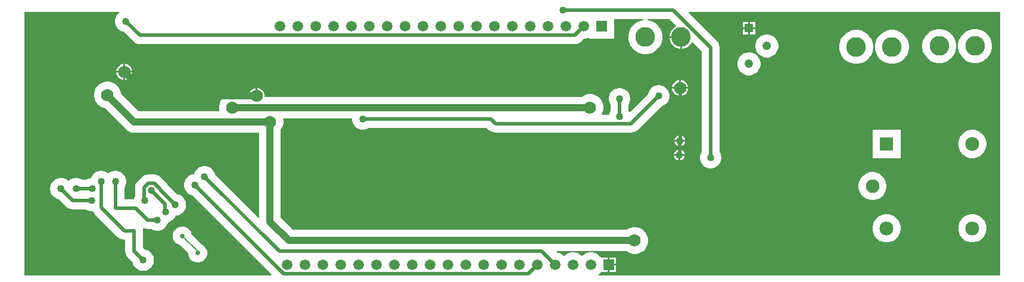
<source format=gbl>
G04*
G04 #@! TF.GenerationSoftware,Altium Limited,Altium Designer,23.9.2 (47)*
G04*
G04 Layer_Physical_Order=2*
G04 Layer_Color=16711680*
%FSLAX44Y44*%
%MOMM*%
G71*
G04*
G04 #@! TF.SameCoordinates,96740390-7EB4-44B9-9E62-99E587B0A754*
G04*
G04*
G04 #@! TF.FilePolarity,Positive*
G04*
G01*
G75*
%ADD84C,0.2032*%
%ADD85C,0.5080*%
%ADD86C,1.0160*%
%ADD87C,1.5000*%
%ADD88R,1.5000X1.5000*%
%ADD89C,2.7940*%
%ADD90R,1.2220X1.2220*%
%ADD91C,1.2220*%
%ADD92R,1.9800X1.9800*%
%ADD93C,1.9350*%
%ADD94C,1.9800*%
%ADD95C,1.0160*%
%ADD96C,1.7780*%
%ADD97C,0.6350*%
G36*
X1397536Y342265D02*
Y76835D01*
Y10894D01*
X827289D01*
X826920Y12109D01*
X827233Y12318D01*
X829692Y14777D01*
X830213Y15556D01*
X831335Y15995D01*
Y15995D01*
X831335Y15995D01*
X840105D01*
Y26035D01*
Y36075D01*
X831335D01*
X831335Y36075D01*
Y36075D01*
X830220Y36503D01*
X829692Y37293D01*
X827233Y39752D01*
X824340Y41685D01*
X821126Y43016D01*
X817714Y43695D01*
X814236D01*
X810824Y43016D01*
X807610Y41685D01*
X804717Y39752D01*
X803275Y38310D01*
X801833Y39752D01*
X798940Y41685D01*
X795726Y43016D01*
X792314Y43695D01*
X788836D01*
X785424Y43016D01*
X782210Y41685D01*
X779317Y39752D01*
X777875Y38310D01*
X776433Y39752D01*
X773540Y41685D01*
X770326Y43016D01*
X766914Y43695D01*
X766803D01*
X766772Y43741D01*
X767451Y45011D01*
X866834D01*
X869181Y43443D01*
X872648Y42007D01*
X876329Y41275D01*
X880081D01*
X883762Y42007D01*
X887229Y43443D01*
X890349Y45528D01*
X893002Y48181D01*
X895087Y51301D01*
X896523Y54768D01*
X897255Y58449D01*
Y62201D01*
X896523Y65882D01*
X895087Y69349D01*
X893002Y72469D01*
X890349Y75122D01*
X887229Y77207D01*
X883762Y78643D01*
X880081Y79375D01*
X876329D01*
X872648Y78643D01*
X869181Y77207D01*
X866834Y75639D01*
X393058D01*
X375359Y93338D01*
Y217864D01*
X376927Y220211D01*
X378363Y223678D01*
X379095Y227359D01*
Y231111D01*
X378668Y233260D01*
X379473Y234241D01*
X476452D01*
Y231977D01*
X477038Y229032D01*
X478187Y226259D01*
X479855Y223763D01*
X481977Y221640D01*
X484473Y219972D01*
X487247Y218823D01*
X490191Y218238D01*
X493193D01*
X496138Y218823D01*
X498911Y219972D01*
X499953Y220668D01*
X668248D01*
X671279Y217637D01*
X673932Y215602D01*
X677021Y214322D01*
X680337Y213885D01*
X873125D01*
X876440Y214322D01*
X879530Y215602D01*
X882183Y217637D01*
X915712Y251166D01*
X916940Y251411D01*
X919714Y252560D01*
X922210Y254227D01*
X924333Y256350D01*
X926001Y258846D01*
X927149Y261620D01*
X927735Y264564D01*
Y267566D01*
X927149Y270510D01*
X926001Y273284D01*
X924333Y275780D01*
X922210Y277903D01*
X919714Y279571D01*
X916940Y280719D01*
X913996Y281305D01*
X910994D01*
X908050Y280719D01*
X905276Y279571D01*
X902780Y277903D01*
X900657Y275780D01*
X898989Y273284D01*
X897841Y270510D01*
X897596Y269282D01*
X871593Y243279D01*
X870347Y243526D01*
X870120Y244074D01*
X869425Y245115D01*
Y253995D01*
X870120Y255036D01*
X871269Y257810D01*
X871855Y260754D01*
Y263756D01*
X871269Y266700D01*
X870120Y269474D01*
X868453Y271970D01*
X866330Y274093D01*
X863834Y275760D01*
X861060Y276909D01*
X858116Y277495D01*
X855114D01*
X852170Y276909D01*
X849396Y275760D01*
X846900Y274093D01*
X844777Y271970D01*
X843110Y269474D01*
X841961Y266700D01*
X841375Y263756D01*
Y260754D01*
X841961Y257810D01*
X843110Y255036D01*
X843805Y253995D01*
Y245115D01*
X843110Y244074D01*
X841961Y241300D01*
X841603Y239505D01*
X832219D01*
X831688Y240775D01*
X833023Y243998D01*
X833755Y247679D01*
Y251431D01*
X833023Y255112D01*
X831587Y258579D01*
X829502Y261699D01*
X826849Y264352D01*
X823729Y266437D01*
X820262Y267873D01*
X816581Y268605D01*
X812829D01*
X809148Y267873D01*
X805681Y266437D01*
X803335Y264869D01*
X352425D01*
Y267570D01*
X351646Y270477D01*
X350141Y273083D01*
X348013Y275211D01*
X345407Y276716D01*
X342500Y277495D01*
X342265D01*
Y266065D01*
X339725D01*
Y277495D01*
X339490D01*
X336583Y276716D01*
X333977Y275211D01*
X331849Y273083D01*
X330344Y270477D01*
X329565Y267570D01*
Y264869D01*
X318076D01*
X315729Y266437D01*
X312262Y267873D01*
X308581Y268605D01*
X304829D01*
X301148Y267873D01*
X297681Y266437D01*
X294561Y264352D01*
X291908Y261699D01*
X289823Y258579D01*
X288387Y255112D01*
X287655Y251431D01*
Y247679D01*
X288082Y245530D01*
X287277Y244549D01*
X173348D01*
X147774Y270123D01*
X147223Y272892D01*
X145787Y276359D01*
X143702Y279479D01*
X141049Y282132D01*
X137929Y284217D01*
X134462Y285653D01*
X130781Y286385D01*
X127029D01*
X123348Y285653D01*
X119881Y284217D01*
X116761Y282132D01*
X114108Y279479D01*
X112023Y276359D01*
X110587Y272892D01*
X109855Y269211D01*
Y265459D01*
X110587Y261778D01*
X112023Y258311D01*
X114108Y255191D01*
X116761Y252538D01*
X119881Y250453D01*
X123348Y249017D01*
X126117Y248466D01*
X156177Y218407D01*
X158497Y216502D01*
X161145Y215087D01*
X164017Y214216D01*
X167005Y213921D01*
X344731D01*
Y93044D01*
X343558Y92558D01*
X281880Y154236D01*
X281636Y155464D01*
X280487Y158238D01*
X278819Y160734D01*
X276696Y162857D01*
X274200Y164525D01*
X271427Y165674D01*
X268482Y166259D01*
X265480D01*
X262536Y165674D01*
X259763Y164525D01*
X257267Y162857D01*
X255144Y160734D01*
X253476Y158238D01*
X252327Y155464D01*
X252184Y154745D01*
X251424D01*
X248480Y154159D01*
X245706Y153011D01*
X243210Y151343D01*
X241087Y149220D01*
X239419Y146724D01*
X238271Y143950D01*
X237685Y141006D01*
Y138004D01*
X238271Y135060D01*
X239419Y132286D01*
X241087Y129790D01*
X243210Y127667D01*
X245706Y125999D01*
X248480Y124851D01*
X249695Y124609D01*
X362237Y12067D01*
X361751Y10894D01*
X10894D01*
Y385346D01*
X145147D01*
X145354Y384076D01*
X143377Y382100D01*
X141709Y379604D01*
X140561Y376830D01*
X139975Y373886D01*
Y370884D01*
X140561Y367940D01*
X141709Y365166D01*
X143377Y362670D01*
X145500Y360547D01*
X147996Y358880D01*
X150770Y357731D01*
X151998Y357486D01*
X165997Y343487D01*
X168650Y341452D01*
X171740Y340172D01*
X175055Y339735D01*
X793235D01*
X796550Y340172D01*
X799640Y341452D01*
X802293Y343487D01*
X806271Y347465D01*
X807554D01*
X810966Y348144D01*
X812499Y348779D01*
X813555Y348073D01*
Y347465D01*
X848875D01*
Y375175D01*
X890392D01*
X890518Y373905D01*
X886406Y373088D01*
X882015Y371269D01*
X878063Y368628D01*
X874702Y365267D01*
X872061Y361315D01*
X870242Y356923D01*
X869315Y352262D01*
Y347508D01*
X870242Y342846D01*
X872061Y338455D01*
X874702Y334503D01*
X878063Y331142D01*
X882015Y328501D01*
X886406Y326682D01*
X891068Y325755D01*
X895822D01*
X900483Y326682D01*
X904875Y328501D01*
X908827Y331142D01*
X912188Y334503D01*
X914829Y338455D01*
X916648Y342846D01*
X917575Y347508D01*
Y352262D01*
X916648Y356923D01*
X914829Y361315D01*
X912188Y365267D01*
X908827Y368628D01*
X904875Y371269D01*
X900483Y373088D01*
X896373Y373905D01*
X896498Y375175D01*
X927780D01*
X937041Y365914D01*
X936793Y364669D01*
X936425Y364516D01*
X933720Y362709D01*
X931421Y360410D01*
X929614Y357705D01*
X928370Y354701D01*
X927735Y351511D01*
Y351155D01*
X944245D01*
Y349885D01*
X945515D01*
Y333375D01*
X945871D01*
X949061Y334010D01*
X952065Y335254D01*
X954770Y337061D01*
X957069Y339361D01*
X958876Y342065D01*
X959029Y342433D01*
X960274Y342681D01*
X973345Y329610D01*
Y186695D01*
X972650Y185654D01*
X971501Y182880D01*
X970915Y179936D01*
Y176934D01*
X971501Y173990D01*
X972650Y171216D01*
X974317Y168720D01*
X976440Y166597D01*
X978936Y164930D01*
X981710Y163781D01*
X984654Y163195D01*
X987656D01*
X990600Y163781D01*
X993374Y164930D01*
X995870Y166597D01*
X997993Y168720D01*
X999660Y171216D01*
X1000809Y173990D01*
X1001395Y176934D01*
Y179936D01*
X1000809Y182880D01*
X999660Y185654D01*
X998965Y186695D01*
Y334916D01*
X998528Y338231D01*
X997248Y341321D01*
X995213Y343974D01*
X955013Y384173D01*
X955499Y385346D01*
X1397536D01*
Y342265D01*
D02*
G37*
%LPC*%
G36*
X1049415Y371235D02*
X1042035D01*
Y363855D01*
X1049415D01*
Y371235D01*
D02*
G37*
G36*
X1039495D02*
X1032115D01*
Y363855D01*
X1039495D01*
Y371235D01*
D02*
G37*
G36*
X1049415Y361315D02*
X1042035D01*
Y353935D01*
X1049415D01*
Y361315D01*
D02*
G37*
G36*
X1039495D02*
X1032115D01*
Y353935D01*
X1039495D01*
Y361315D01*
D02*
G37*
G36*
X942975Y348615D02*
X927735D01*
Y348259D01*
X928370Y345069D01*
X929614Y342065D01*
X931421Y339361D01*
X933720Y337061D01*
X936425Y335254D01*
X939429Y334010D01*
X942619Y333375D01*
X942975D01*
Y348615D01*
D02*
G37*
G36*
X1067767Y353455D02*
X1064563D01*
X1061419Y352830D01*
X1058458Y351603D01*
X1055794Y349823D01*
X1053527Y347556D01*
X1051747Y344892D01*
X1050520Y341931D01*
X1049895Y338787D01*
Y335583D01*
X1050520Y332439D01*
X1051747Y329478D01*
X1053527Y326814D01*
X1055794Y324547D01*
X1058458Y322767D01*
X1061419Y321540D01*
X1064563Y320915D01*
X1067767D01*
X1070911Y321540D01*
X1073872Y322767D01*
X1076536Y324547D01*
X1078803Y326814D01*
X1080583Y329478D01*
X1081810Y332439D01*
X1082435Y335583D01*
Y338787D01*
X1081810Y341931D01*
X1080583Y344892D01*
X1078803Y347556D01*
X1076536Y349823D01*
X1073872Y351603D01*
X1070911Y352830D01*
X1067767Y353455D01*
D02*
G37*
G36*
X1364452Y361315D02*
X1359698D01*
X1355036Y360388D01*
X1350645Y358569D01*
X1346693Y355928D01*
X1343332Y352567D01*
X1340691Y348615D01*
X1338872Y344224D01*
X1337945Y339562D01*
Y334808D01*
X1338872Y330146D01*
X1340691Y325755D01*
X1343332Y321803D01*
X1346693Y318442D01*
X1350645Y315801D01*
X1355036Y313982D01*
X1359698Y313055D01*
X1364452D01*
X1369113Y313982D01*
X1373505Y315801D01*
X1377457Y318442D01*
X1380818Y321803D01*
X1383459Y325755D01*
X1385278Y330146D01*
X1386205Y334808D01*
Y339562D01*
X1385278Y344224D01*
X1383459Y348615D01*
X1380818Y352567D01*
X1377457Y355928D01*
X1373505Y358569D01*
X1369113Y360388D01*
X1364452Y361315D01*
D02*
G37*
G36*
X1313652D02*
X1308898D01*
X1304236Y360388D01*
X1299845Y358569D01*
X1295893Y355928D01*
X1292532Y352567D01*
X1289891Y348615D01*
X1288072Y344224D01*
X1287145Y339562D01*
Y334808D01*
X1288072Y330146D01*
X1289891Y325755D01*
X1292532Y321803D01*
X1295893Y318442D01*
X1299845Y315801D01*
X1304236Y313982D01*
X1308898Y313055D01*
X1313652D01*
X1318313Y313982D01*
X1322705Y315801D01*
X1326657Y318442D01*
X1330018Y321803D01*
X1332659Y325755D01*
X1334478Y330146D01*
X1335405Y334808D01*
Y339562D01*
X1334478Y344224D01*
X1332659Y348615D01*
X1330018Y352567D01*
X1326657Y355928D01*
X1322705Y358569D01*
X1318313Y360388D01*
X1313652Y361315D01*
D02*
G37*
G36*
X1246342Y360045D02*
X1241588D01*
X1236926Y359118D01*
X1232535Y357299D01*
X1228583Y354658D01*
X1225222Y351297D01*
X1222581Y347345D01*
X1220762Y342953D01*
X1219835Y338292D01*
Y333538D01*
X1220762Y328876D01*
X1222581Y324485D01*
X1225222Y320533D01*
X1228583Y317172D01*
X1232535Y314531D01*
X1236926Y312712D01*
X1241588Y311785D01*
X1246342D01*
X1251003Y312712D01*
X1255395Y314531D01*
X1259347Y317172D01*
X1262708Y320533D01*
X1265349Y324485D01*
X1267168Y328876D01*
X1268095Y333538D01*
Y338292D01*
X1267168Y342953D01*
X1265349Y347345D01*
X1262708Y351297D01*
X1259347Y354658D01*
X1255395Y357299D01*
X1251003Y359118D01*
X1246342Y360045D01*
D02*
G37*
G36*
X1195542D02*
X1190788D01*
X1186126Y359118D01*
X1181735Y357299D01*
X1177783Y354658D01*
X1174422Y351297D01*
X1171781Y347345D01*
X1169962Y342953D01*
X1169035Y338292D01*
Y333538D01*
X1169962Y328876D01*
X1171781Y324485D01*
X1174422Y320533D01*
X1177783Y317172D01*
X1181735Y314531D01*
X1186126Y312712D01*
X1190788Y311785D01*
X1195542D01*
X1200203Y312712D01*
X1204595Y314531D01*
X1208547Y317172D01*
X1211908Y320533D01*
X1214549Y324485D01*
X1216368Y328876D01*
X1217295Y333538D01*
Y338292D01*
X1216368Y342953D01*
X1214549Y347345D01*
X1211908Y351297D01*
X1208547Y354658D01*
X1204595Y357299D01*
X1200203Y359118D01*
X1195542Y360045D01*
D02*
G37*
G36*
X154540Y311785D02*
X154305D01*
Y301625D01*
X164465D01*
Y301860D01*
X163686Y304767D01*
X162181Y307373D01*
X160053Y309501D01*
X157447Y311006D01*
X154540Y311785D01*
D02*
G37*
G36*
X151765D02*
X151530D01*
X148623Y311006D01*
X146017Y309501D01*
X143889Y307373D01*
X142384Y304767D01*
X141605Y301860D01*
Y301625D01*
X151765D01*
Y311785D01*
D02*
G37*
G36*
X1042367Y328055D02*
X1039163D01*
X1036019Y327430D01*
X1033058Y326203D01*
X1030394Y324423D01*
X1028127Y322156D01*
X1026347Y319492D01*
X1025120Y316531D01*
X1024495Y313388D01*
Y310182D01*
X1025120Y307039D01*
X1026347Y304078D01*
X1028127Y301413D01*
X1030394Y299147D01*
X1033058Y297367D01*
X1036019Y296140D01*
X1039163Y295515D01*
X1042367D01*
X1045511Y296140D01*
X1048472Y297367D01*
X1051136Y299147D01*
X1053403Y301413D01*
X1055183Y304078D01*
X1056410Y307039D01*
X1057035Y310182D01*
Y313388D01*
X1056410Y316531D01*
X1055183Y319492D01*
X1053403Y322156D01*
X1051136Y324423D01*
X1048472Y326203D01*
X1045511Y327430D01*
X1042367Y328055D01*
D02*
G37*
G36*
X164465Y299085D02*
X154305D01*
Y288925D01*
X154540D01*
X157447Y289704D01*
X160053Y291209D01*
X162181Y293337D01*
X163686Y295943D01*
X164465Y298850D01*
Y299085D01*
D02*
G37*
G36*
X151765D02*
X141605D01*
Y298850D01*
X142384Y295943D01*
X143889Y293337D01*
X146017Y291209D01*
X148623Y289704D01*
X151530Y288925D01*
X151765D01*
Y299085D01*
D02*
G37*
G36*
X944480Y288925D02*
X944245D01*
Y278765D01*
X954405D01*
Y279000D01*
X953626Y281907D01*
X952121Y284513D01*
X949993Y286641D01*
X947387Y288146D01*
X944480Y288925D01*
D02*
G37*
G36*
X941705D02*
X941470D01*
X938563Y288146D01*
X935957Y286641D01*
X933829Y284513D01*
X932324Y281907D01*
X931545Y279000D01*
Y278765D01*
X941705D01*
Y288925D01*
D02*
G37*
G36*
X954405Y276225D02*
X944245D01*
Y266065D01*
X944480D01*
X947387Y266844D01*
X949993Y268349D01*
X952121Y270477D01*
X953626Y273083D01*
X954405Y275990D01*
Y276225D01*
D02*
G37*
G36*
X941705D02*
X931545D01*
Y275990D01*
X932324Y273083D01*
X933829Y270477D01*
X935957Y268349D01*
X938563Y266844D01*
X941470Y266065D01*
X941705D01*
Y276225D01*
D02*
G37*
G36*
X943875Y209904D02*
Y203625D01*
X950154D01*
X949706Y205296D01*
X948702Y207034D01*
X947284Y208452D01*
X945546Y209456D01*
X943875Y209904D01*
D02*
G37*
G36*
X941335D02*
X939664Y209456D01*
X937926Y208452D01*
X936507Y207034D01*
X935504Y205296D01*
X935057Y203625D01*
X941335D01*
Y209904D01*
D02*
G37*
G36*
X950154Y201085D02*
X943875D01*
Y194806D01*
X945546Y195254D01*
X947284Y196257D01*
X948702Y197676D01*
X949706Y199414D01*
X950154Y201085D01*
D02*
G37*
G36*
X941335D02*
X935057D01*
X935504Y199414D01*
X936507Y197676D01*
X937926Y196257D01*
X939664Y195254D01*
X941335Y194806D01*
Y201085D01*
D02*
G37*
G36*
X942975Y189583D02*
Y183305D01*
X949253D01*
X948806Y184976D01*
X947803Y186714D01*
X946384Y188132D01*
X944646Y189136D01*
X942975Y189583D01*
D02*
G37*
G36*
X940435D02*
X938764Y189136D01*
X937026Y188132D01*
X935608Y186714D01*
X934604Y184976D01*
X934156Y183305D01*
X940435D01*
Y189583D01*
D02*
G37*
G36*
X1360281Y217855D02*
X1356329D01*
X1352454Y217084D01*
X1348803Y215572D01*
X1345517Y213377D01*
X1342723Y210583D01*
X1340528Y207297D01*
X1339016Y203646D01*
X1338245Y199771D01*
Y195819D01*
X1339016Y191944D01*
X1340528Y188293D01*
X1342723Y185007D01*
X1345517Y182213D01*
X1348803Y180018D01*
X1352454Y178506D01*
X1356329Y177735D01*
X1360281D01*
X1364156Y178506D01*
X1367807Y180018D01*
X1371093Y182213D01*
X1373887Y185007D01*
X1376082Y188293D01*
X1377594Y191944D01*
X1378365Y195819D01*
Y199771D01*
X1377594Y203646D01*
X1376082Y207297D01*
X1373887Y210583D01*
X1371093Y213377D01*
X1367807Y215572D01*
X1364156Y217084D01*
X1360281Y217855D01*
D02*
G37*
G36*
X1256365D02*
X1216245D01*
Y177735D01*
X1256365D01*
Y217855D01*
D02*
G37*
G36*
X949253Y180765D02*
X942975D01*
Y174487D01*
X944646Y174934D01*
X946384Y175938D01*
X947803Y177356D01*
X948806Y179094D01*
X949253Y180765D01*
D02*
G37*
G36*
X940435D02*
X934156D01*
X934604Y179094D01*
X935608Y177356D01*
X937026Y175938D01*
X938764Y174934D01*
X940435Y174487D01*
Y180765D01*
D02*
G37*
G36*
X141836Y159385D02*
X138834D01*
X135890Y158799D01*
X133116Y157650D01*
X130620Y155983D01*
X130175Y155538D01*
X129730Y155983D01*
X127234Y157650D01*
X124460Y158799D01*
X121516Y159385D01*
X118514D01*
X115570Y158799D01*
X112796Y157650D01*
X110300Y155983D01*
X108177Y153860D01*
X106510Y151364D01*
X105606Y149184D01*
X102870Y148639D01*
X100096Y147491D01*
X99055Y146795D01*
X92715D01*
X91674Y147491D01*
X88900Y148639D01*
X85956Y149225D01*
X82954D01*
X80010Y148639D01*
X77236Y147491D01*
X74740Y145823D01*
X73660Y144743D01*
X72580Y145823D01*
X70084Y147491D01*
X67310Y148639D01*
X64366Y149225D01*
X61364D01*
X58420Y148639D01*
X55646Y147491D01*
X53150Y145823D01*
X51027Y143700D01*
X49359Y141204D01*
X48211Y138430D01*
X47625Y135486D01*
Y132484D01*
X48211Y129540D01*
X49359Y126766D01*
X51027Y124270D01*
X53150Y122147D01*
X55646Y120479D01*
X58420Y119331D01*
X59648Y119086D01*
X70317Y108417D01*
X72970Y106382D01*
X76060Y105102D01*
X79375Y104665D01*
X98270D01*
X99312Y103969D01*
X102085Y102821D01*
X105030Y102235D01*
X108032D01*
X108347Y102298D01*
X108922Y100910D01*
X110957Y98257D01*
X143977Y65237D01*
X146630Y63202D01*
X149720Y61922D01*
X153035Y61485D01*
X154195D01*
Y45085D01*
X154632Y41770D01*
X155912Y38680D01*
X157947Y36027D01*
X164806Y29168D01*
X165051Y27940D01*
X166199Y25166D01*
X167867Y22670D01*
X169990Y20547D01*
X172486Y18879D01*
X175260Y17731D01*
X178204Y17145D01*
X181206D01*
X184150Y17731D01*
X186924Y18879D01*
X189420Y20547D01*
X191543Y22670D01*
X193211Y25166D01*
X194359Y27940D01*
X194945Y30884D01*
Y33886D01*
X194359Y36830D01*
X193211Y39604D01*
X191543Y42100D01*
X189420Y44223D01*
X186924Y45890D01*
X184150Y47039D01*
X182922Y47284D01*
X179815Y50391D01*
Y74295D01*
X179438Y77155D01*
X180287Y77965D01*
X180551Y78068D01*
X182740Y77162D01*
X186055Y76725D01*
X191765D01*
X192806Y76030D01*
X195580Y74881D01*
X198524Y74295D01*
X201526D01*
X204470Y74881D01*
X207244Y76030D01*
X209740Y77697D01*
X211863Y79820D01*
X213531Y82316D01*
X214679Y85090D01*
X214882Y86108D01*
X215900Y86311D01*
X218674Y87459D01*
X221170Y89127D01*
X223293Y91250D01*
X224960Y93746D01*
X225847Y95885D01*
X226926D01*
X229870Y96471D01*
X232644Y97619D01*
X235140Y99287D01*
X237263Y101410D01*
X238930Y103906D01*
X240079Y106680D01*
X240665Y109624D01*
Y112626D01*
X240079Y115570D01*
X238930Y118344D01*
X237263Y120840D01*
X235140Y122963D01*
X232644Y124630D01*
X229870Y125779D01*
X228642Y126024D01*
X214207Y140459D01*
X212893Y142171D01*
X204401Y150663D01*
X201748Y152698D01*
X198659Y153978D01*
X195343Y154415D01*
X186927D01*
X183611Y153978D01*
X180522Y152698D01*
X177869Y150663D01*
X171917Y144711D01*
X169882Y142058D01*
X168602Y138969D01*
X168165Y135653D01*
Y127237D01*
X168167Y127226D01*
Y123926D01*
X167294Y121819D01*
X166708Y118874D01*
Y118855D01*
X153145D01*
Y135885D01*
X153841Y136926D01*
X154989Y139700D01*
X155575Y142644D01*
Y145646D01*
X154989Y148590D01*
X153841Y151364D01*
X152173Y153860D01*
X150050Y155983D01*
X147554Y157650D01*
X144780Y158799D01*
X141836Y159385D01*
D02*
G37*
G36*
X1218259Y157630D02*
X1214351D01*
X1210519Y156868D01*
X1206910Y155372D01*
X1203661Y153202D01*
X1200898Y150439D01*
X1198727Y147190D01*
X1197232Y143581D01*
X1196470Y139749D01*
Y135841D01*
X1197232Y132009D01*
X1198727Y128400D01*
X1200898Y125151D01*
X1203661Y122388D01*
X1206910Y120218D01*
X1210519Y118722D01*
X1214351Y117960D01*
X1218259D01*
X1222091Y118722D01*
X1225700Y120218D01*
X1228949Y122388D01*
X1231712Y125151D01*
X1233883Y128400D01*
X1235378Y132009D01*
X1236140Y135841D01*
Y139749D01*
X1235378Y143581D01*
X1233883Y147190D01*
X1231712Y150439D01*
X1228949Y153202D01*
X1225700Y155372D01*
X1222091Y156868D01*
X1218259Y157630D01*
D02*
G37*
G36*
X1360281Y97855D02*
X1356329D01*
X1352454Y97084D01*
X1348803Y95572D01*
X1345517Y93377D01*
X1342723Y90583D01*
X1340528Y87297D01*
X1339016Y83646D01*
X1338245Y79771D01*
Y75819D01*
X1339016Y71944D01*
X1340528Y68293D01*
X1342723Y65008D01*
X1345517Y62213D01*
X1348803Y60018D01*
X1352454Y58506D01*
X1356329Y57735D01*
X1360281D01*
X1364156Y58506D01*
X1367807Y60018D01*
X1371093Y62213D01*
X1373887Y65008D01*
X1376082Y68293D01*
X1377594Y71944D01*
X1378365Y75819D01*
Y79771D01*
X1377594Y83646D01*
X1376082Y87297D01*
X1373887Y90583D01*
X1371093Y93377D01*
X1367807Y95572D01*
X1364156Y97084D01*
X1360281Y97855D01*
D02*
G37*
G36*
X1238281D02*
X1234329D01*
X1230454Y97084D01*
X1226803Y95572D01*
X1223518Y93377D01*
X1220723Y90583D01*
X1218528Y87297D01*
X1217016Y83646D01*
X1216245Y79771D01*
Y75819D01*
X1217016Y71944D01*
X1218528Y68293D01*
X1220723Y65008D01*
X1223518Y62213D01*
X1226803Y60018D01*
X1230454Y58506D01*
X1234329Y57735D01*
X1238281D01*
X1242156Y58506D01*
X1245807Y60018D01*
X1249092Y62213D01*
X1251887Y65008D01*
X1254082Y68293D01*
X1255594Y71944D01*
X1256365Y75819D01*
Y79771D01*
X1255594Y83646D01*
X1254082Y87297D01*
X1251887Y90583D01*
X1249092Y93377D01*
X1245807Y95572D01*
X1242156Y97084D01*
X1238281Y97855D01*
D02*
G37*
G36*
X237111Y80240D02*
X233599D01*
X230208Y79331D01*
X227167Y77576D01*
X224684Y75093D01*
X222929Y72052D01*
X222020Y68661D01*
Y65149D01*
X222929Y61758D01*
X224684Y58717D01*
X227167Y56234D01*
X230208Y54479D01*
X232437Y53882D01*
X243840Y42478D01*
Y40789D01*
X244749Y37398D01*
X246504Y34357D01*
X248987Y31874D01*
X252028Y30119D01*
X255419Y29210D01*
X258931D01*
X262322Y30119D01*
X265363Y31874D01*
X267846Y34357D01*
X269601Y37398D01*
X270510Y40789D01*
Y44301D01*
X269601Y47692D01*
X267846Y50733D01*
X265363Y53216D01*
X264408Y53767D01*
X264320Y53882D01*
X248379Y69823D01*
X247781Y72052D01*
X246026Y75093D01*
X243543Y77576D01*
X240502Y79331D01*
X237111Y80240D01*
D02*
G37*
G36*
X851415Y36075D02*
X842645D01*
Y27305D01*
X851415D01*
Y36075D01*
D02*
G37*
G36*
Y24765D02*
X842645D01*
Y15995D01*
X851415D01*
Y24765D01*
D02*
G37*
%LPD*%
D84*
X256349Y43371D02*
Y45911D01*
X235355Y66905D02*
X256349Y45911D01*
Y43371D02*
X257175Y42545D01*
D85*
X856615Y236855D02*
Y262255D01*
X942790Y277310D02*
X942975Y277495D01*
X942790Y202540D02*
Y277310D01*
X169545Y106045D02*
X186055Y89535D01*
X200025D01*
X210483Y101937D02*
X211455Y100965D01*
X210483Y101937D02*
Y112097D01*
X191135Y131445D02*
X210483Y112097D01*
X195343Y141605D02*
X203835Y133113D01*
X180976Y118345D02*
Y127235D01*
X180975Y135653D02*
X186927Y141605D01*
X180975Y127237D02*
Y135653D01*
X180976Y118345D02*
X181948Y117373D01*
X180975Y127237D02*
X180976Y127235D01*
X203835Y132715D02*
Y133113D01*
X186927Y141605D02*
X195343D01*
X203835Y132715D02*
X225425Y111125D01*
X140335Y106045D02*
X169545D01*
X140335D02*
Y144145D01*
X372916Y45085D02*
X746125D01*
X266982Y151019D02*
X372916Y45085D01*
X942155Y201905D02*
X942790Y202540D01*
X942155Y182485D02*
Y201905D01*
X941705Y182035D02*
X942155Y182485D01*
X986155Y178435D02*
Y334916D01*
X776605Y387985D02*
X933086D01*
X986155Y334916D01*
X873125Y226695D02*
X912495Y266065D01*
X491692Y233478D02*
X673554D01*
X680337Y226695D01*
X873125D01*
X155215Y372385D02*
X175055Y352545D01*
X793235D01*
X805815Y365125D01*
X746125Y45085D02*
X765175Y26035D01*
X378964Y13455D02*
X727195D01*
X739775Y26035D01*
X252925Y139494D02*
X378964Y13455D01*
X252925Y139494D02*
Y139505D01*
X120015Y107315D02*
X153035Y74295D01*
X167005D01*
X120015Y107315D02*
Y144145D01*
X167005Y45085D02*
X179705Y32385D01*
X167005Y45085D02*
Y74295D01*
X62865Y133985D02*
X79375Y117475D01*
X106531D01*
X84455Y133985D02*
X107315D01*
D86*
X306705Y249555D02*
X814705D01*
X167005Y229235D02*
X360045D01*
X128905Y267335D02*
X167005Y229235D01*
X187325Y266065D02*
X340995D01*
X153035Y300355D02*
X187325Y266065D01*
X360045Y86995D02*
X386715Y60325D01*
X878205D01*
X360045Y86995D02*
Y229235D01*
D87*
X374015Y365125D02*
D03*
X399415D02*
D03*
X424815D02*
D03*
X450215D02*
D03*
X475615D02*
D03*
X501015D02*
D03*
X526415D02*
D03*
X551815D02*
D03*
X577215D02*
D03*
X602615D02*
D03*
X628015D02*
D03*
X653415D02*
D03*
X678815D02*
D03*
X704215D02*
D03*
X729615D02*
D03*
X755015D02*
D03*
X780415D02*
D03*
X805815D02*
D03*
X384175Y26035D02*
D03*
X409575D02*
D03*
X434975D02*
D03*
X460375D02*
D03*
X485775D02*
D03*
X511175D02*
D03*
X536575D02*
D03*
X561975D02*
D03*
X587375D02*
D03*
X612775D02*
D03*
X638175D02*
D03*
X663575D02*
D03*
X688975D02*
D03*
X714375D02*
D03*
X739775D02*
D03*
X765175D02*
D03*
X790575D02*
D03*
X815975D02*
D03*
D88*
X831215Y365125D02*
D03*
X841375Y26035D02*
D03*
D89*
X893445Y349885D02*
D03*
X944245D02*
D03*
X1362075Y337185D02*
D03*
X1311275D02*
D03*
X1243965Y335915D02*
D03*
X1193165D02*
D03*
D90*
X1040765Y362585D02*
D03*
D91*
X1066165Y337185D02*
D03*
X1040765Y311785D02*
D03*
D92*
X1236305Y197795D02*
D03*
D93*
X1216305Y137795D02*
D03*
D94*
X1236305Y77795D02*
D03*
X1358305D02*
D03*
Y197795D02*
D03*
D95*
X856615Y262255D02*
D03*
X200025Y89535D02*
D03*
X211455Y100965D02*
D03*
X191135Y131445D02*
D03*
X181948Y117373D02*
D03*
X225425Y111125D02*
D03*
X266982Y151019D02*
D03*
X942605Y202355D02*
D03*
X941705Y182035D02*
D03*
X986155Y178435D02*
D03*
X776605Y387985D02*
D03*
X912495Y266065D02*
D03*
X856615Y236855D02*
D03*
X491692Y233478D02*
D03*
X155215Y372385D02*
D03*
X252925Y139505D02*
D03*
X140335Y144145D02*
D03*
X120015D02*
D03*
X179705Y32385D02*
D03*
X106531Y117475D02*
D03*
X107315Y133985D02*
D03*
X62865D02*
D03*
X84455D02*
D03*
D96*
X942975Y277495D02*
D03*
X814705Y249555D02*
D03*
X306705D02*
D03*
X878205Y60325D02*
D03*
X360045Y229235D02*
D03*
X340995Y266065D02*
D03*
X128905Y267335D02*
D03*
X153035Y300355D02*
D03*
D97*
X257175Y42545D02*
D03*
X235355Y66905D02*
D03*
M02*

</source>
